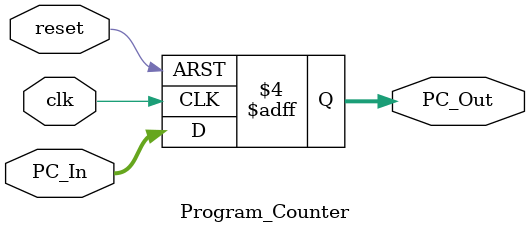
<source format=v>
`timescale 1ns / 1ps


module Program_Counter(
    input clk,
    input reset,
    input [63:0] PC_In,
    output reg [63:0] PC_Out
);

    initial
        PC_Out=64'd0;
        always @ (posedge clk or posedge reset) 
        begin
           if (reset == 1'b1) PC_Out = 64'b0;
           else PC_Out = PC_In;
        end
endmodule

</source>
